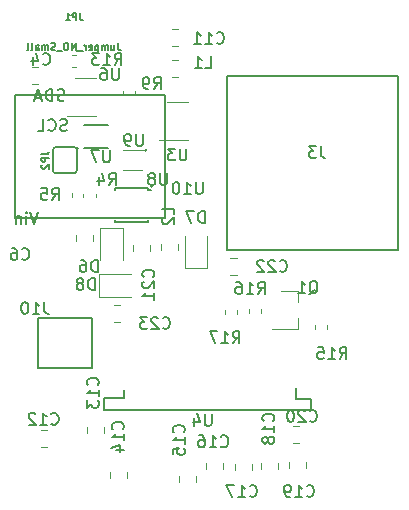
<source format=gbr>
G04 #@! TF.GenerationSoftware,KiCad,Pcbnew,(5.0.1)-rc2*
G04 #@! TF.CreationDate,2019-03-09T02:30:10-07:00*
G04 #@! TF.ProjectId,GPSLogger,4750534C6F676765722E6B696361645F,rev?*
G04 #@! TF.SameCoordinates,Original*
G04 #@! TF.FileFunction,Legend,Bot*
G04 #@! TF.FilePolarity,Positive*
%FSLAX46Y46*%
G04 Gerber Fmt 4.6, Leading zero omitted, Abs format (unit mm)*
G04 Created by KiCad (PCBNEW (5.0.1)-rc2) date 3/9/2019 2:30:10 AM*
%MOMM*%
%LPD*%
G01*
G04 APERTURE LIST*
%ADD10C,0.120000*%
%ADD11C,0.150000*%
%ADD12C,0.152400*%
%ADD13C,0.100000*%
%ADD14C,0.127000*%
G04 APERTURE END LIST*
D10*
G04 #@! TO.C,C11*
X207668122Y-25883800D02*
X208185278Y-25883800D01*
X207668122Y-27303800D02*
X208185278Y-27303800D01*
G04 #@! TO.C,C12*
X197085478Y-61263600D02*
X196568322Y-61263600D01*
X197085478Y-59843600D02*
X196568322Y-59843600D01*
G04 #@! TO.C,C13*
X201940000Y-59538922D02*
X201940000Y-60056078D01*
X200520000Y-59538922D02*
X200520000Y-60056078D01*
G04 #@! TO.C,C14*
X203860000Y-63333922D02*
X203860000Y-63851078D01*
X202440000Y-63333922D02*
X202440000Y-63851078D01*
G04 #@! TO.C,C15*
X209690000Y-63693922D02*
X209690000Y-64211078D01*
X208270000Y-63693922D02*
X208270000Y-64211078D01*
G04 #@! TO.C,C16*
X212025300Y-62583322D02*
X212025300Y-63100478D01*
X210605300Y-62583322D02*
X210605300Y-63100478D01*
G04 #@! TO.C,C17*
X214451000Y-62646822D02*
X214451000Y-63163978D01*
X213031000Y-62646822D02*
X213031000Y-63163978D01*
G04 #@! TO.C,C18*
X216660800Y-62596022D02*
X216660800Y-63113178D01*
X215240800Y-62596022D02*
X215240800Y-63113178D01*
G04 #@! TO.C,C19*
X219061100Y-62507122D02*
X219061100Y-63024278D01*
X217641100Y-62507122D02*
X217641100Y-63024278D01*
G04 #@! TO.C,C20*
X217953922Y-59450000D02*
X218471078Y-59450000D01*
X217953922Y-60870000D02*
X218471078Y-60870000D01*
G04 #@! TO.C,C21*
X205789600Y-44140622D02*
X205789600Y-44657778D01*
X204369600Y-44140622D02*
X204369600Y-44657778D01*
G04 #@! TO.C,C22*
X212646522Y-45251300D02*
X213163678Y-45251300D01*
X212646522Y-46671300D02*
X213163678Y-46671300D01*
G04 #@! TO.C,C23*
X202799422Y-49264500D02*
X203316578Y-49264500D01*
X202799422Y-50684500D02*
X203316578Y-50684500D01*
G04 #@! TO.C,D6*
X203550400Y-42729200D02*
X203550400Y-45414200D01*
X201630400Y-42729200D02*
X203550400Y-42729200D01*
X201630400Y-45414200D02*
X201630400Y-42729200D01*
G04 #@! TO.C,D7*
X208755100Y-46048400D02*
X208755100Y-43363400D01*
X210675100Y-46048400D02*
X208755100Y-46048400D01*
X210675100Y-43363400D02*
X210675100Y-46048400D01*
G04 #@! TO.C,D8*
X201500000Y-46614200D02*
X204185000Y-46614200D01*
X201500000Y-48534200D02*
X201500000Y-46614200D01*
X204185000Y-48534200D02*
X201500000Y-48534200D01*
G04 #@! TO.C,L1*
X207693522Y-28474600D02*
X208210678Y-28474600D01*
X207693522Y-29894600D02*
X208210678Y-29894600D01*
G04 #@! TO.C,L2*
X208177200Y-44089822D02*
X208177200Y-44606978D01*
X206757200Y-44089822D02*
X206757200Y-44606978D01*
G04 #@! TO.C,Q1*
X218360000Y-48070000D02*
X216900000Y-48070000D01*
X218360000Y-51230000D02*
X216200000Y-51230000D01*
X218360000Y-51230000D02*
X218360000Y-50300000D01*
X218360000Y-48070000D02*
X218360000Y-49000000D01*
G04 #@! TO.C,U3*
X209053000Y-35239600D02*
X206603000Y-35239600D01*
X207253000Y-32019600D02*
X209053000Y-32019600D01*
G04 #@! TO.C,U6*
X201255200Y-33258400D02*
X198805200Y-33258400D01*
X199455200Y-30038400D02*
X201255200Y-30038400D01*
D11*
G04 #@! TO.C,J10*
X200884800Y-54558000D02*
X200884800Y-50308000D01*
X196384800Y-54558000D02*
X200884800Y-54558000D01*
X196384800Y-50308000D02*
X196384800Y-54558000D01*
X200884800Y-50308000D02*
X196384800Y-50308000D01*
G04 #@! TO.C,U4*
X203660000Y-57090000D02*
X203660000Y-56390000D01*
X201960000Y-57090000D02*
X203660000Y-57090000D01*
X201960000Y-58090000D02*
X201960000Y-57090000D01*
X218160000Y-57190000D02*
X218160000Y-56290000D01*
X219460000Y-57190000D02*
X218160000Y-57190000D01*
X219460000Y-58090000D02*
X219460000Y-57190000D01*
X219460000Y-58090000D02*
X201960000Y-58090000D01*
G04 #@! TO.C,U7*
X199740311Y-36000000D02*
G75*
G03X199740311Y-36000000I-70711J0D01*
G01*
X202269600Y-35950000D02*
X200269600Y-35950000D01*
X200269600Y-33950000D02*
X202269600Y-33950000D01*
G04 #@! TO.C,U10*
X207105000Y-41824000D02*
X194405000Y-41824000D01*
X207105000Y-31410000D02*
X207105000Y-41824000D01*
X205835000Y-31410000D02*
X207105000Y-31410000D01*
X194405000Y-31410000D02*
X205835000Y-31410000D01*
X194405000Y-41824000D02*
X194405000Y-31410000D01*
G04 #@! TO.C,J3*
X212330000Y-29814000D02*
X226871500Y-29814000D01*
X226871500Y-29814000D02*
X226871500Y-44546000D01*
X212330000Y-44546000D02*
X226871500Y-44546000D01*
X212330000Y-29814000D02*
X212330000Y-44546000D01*
D12*
G04 #@! TO.C,JP2*
X199644000Y-37833300D02*
G75*
G02X199390000Y-38087300I-254000J0D01*
G01*
X199390000Y-35852100D02*
G75*
G02X199644000Y-36106100I0J-254000D01*
G01*
X197612000Y-36106100D02*
G75*
G02X197866000Y-35852100I254000J0D01*
G01*
X197866000Y-38087300D02*
G75*
G02X197612000Y-37833300I0J254000D01*
G01*
X197612000Y-36106100D02*
X197612000Y-37833300D01*
X199390000Y-35852100D02*
X197866000Y-35852100D01*
X199390000Y-38087300D02*
X197866000Y-38087300D01*
X199644000Y-37833300D02*
X199644000Y-36106100D01*
D10*
G04 #@! TO.C,R4*
X201220800Y-39791521D02*
X201220800Y-40117079D01*
X200200800Y-39791521D02*
X200200800Y-40117079D01*
G04 #@! TO.C,R5*
X199188800Y-39766121D02*
X199188800Y-40091679D01*
X198168800Y-39766121D02*
X198168800Y-40091679D01*
G04 #@! TO.C,R9*
X203579000Y-31404679D02*
X203579000Y-31079121D01*
X204599000Y-31404679D02*
X204599000Y-31079121D01*
G04 #@! TO.C,R13*
X199201721Y-28039600D02*
X199527279Y-28039600D01*
X199201721Y-29059600D02*
X199527279Y-29059600D01*
G04 #@! TO.C,R15*
X220835000Y-50949721D02*
X220835000Y-51275279D01*
X219815000Y-50949721D02*
X219815000Y-51275279D01*
G04 #@! TO.C,R16*
X215270000Y-49584721D02*
X215270000Y-49910279D01*
X214250000Y-49584721D02*
X214250000Y-49910279D01*
G04 #@! TO.C,R17*
X213220000Y-49634721D02*
X213220000Y-49960279D01*
X212200000Y-49634721D02*
X212200000Y-49960279D01*
D11*
G04 #@! TO.C,U8*
X205644400Y-39307200D02*
X202844400Y-39307200D01*
X202844400Y-42207200D02*
X205644400Y-42207200D01*
X205644400Y-39307200D02*
X205644400Y-39507200D01*
X205644400Y-39507200D02*
X205894400Y-39507200D01*
X202844400Y-39307200D02*
X202844400Y-39507200D01*
X202844400Y-42207200D02*
X202844400Y-42007200D01*
X205644400Y-42207200D02*
X205644400Y-42007200D01*
D13*
X206085821Y-39157200D02*
G75*
G03X206085821Y-39157200I-141421J0D01*
G01*
D11*
G04 #@! TO.C,U9*
X205538311Y-36131600D02*
G75*
G03X205538311Y-36131600I-70711J0D01*
G01*
D10*
X205262600Y-36081600D02*
X203562600Y-36081600D01*
X205112600Y-37781600D02*
X203562600Y-37781600D01*
G04 #@! TO.C,C4*
X196348878Y-30504200D02*
X195831722Y-30504200D01*
X196348878Y-29084200D02*
X195831722Y-29084200D01*
G04 #@! TO.C,C6*
X201014400Y-43300122D02*
X201014400Y-43817278D01*
X199594400Y-43300122D02*
X199594400Y-43817278D01*
G04 #@! TO.C,C11*
D11*
X211462857Y-27027142D02*
X211510476Y-27074761D01*
X211653333Y-27122380D01*
X211748571Y-27122380D01*
X211891428Y-27074761D01*
X211986666Y-26979523D01*
X212034285Y-26884285D01*
X212081904Y-26693809D01*
X212081904Y-26550952D01*
X212034285Y-26360476D01*
X211986666Y-26265238D01*
X211891428Y-26170000D01*
X211748571Y-26122380D01*
X211653333Y-26122380D01*
X211510476Y-26170000D01*
X211462857Y-26217619D01*
X210510476Y-27122380D02*
X211081904Y-27122380D01*
X210796190Y-27122380D02*
X210796190Y-26122380D01*
X210891428Y-26265238D01*
X210986666Y-26360476D01*
X211081904Y-26408095D01*
X209558095Y-27122380D02*
X210129523Y-27122380D01*
X209843809Y-27122380D02*
X209843809Y-26122380D01*
X209939047Y-26265238D01*
X210034285Y-26360476D01*
X210129523Y-26408095D01*
G04 #@! TO.C,C12*
X197469757Y-59260742D02*
X197517376Y-59308361D01*
X197660233Y-59355980D01*
X197755471Y-59355980D01*
X197898328Y-59308361D01*
X197993566Y-59213123D01*
X198041185Y-59117885D01*
X198088804Y-58927409D01*
X198088804Y-58784552D01*
X198041185Y-58594076D01*
X197993566Y-58498838D01*
X197898328Y-58403600D01*
X197755471Y-58355980D01*
X197660233Y-58355980D01*
X197517376Y-58403600D01*
X197469757Y-58451219D01*
X196517376Y-59355980D02*
X197088804Y-59355980D01*
X196803090Y-59355980D02*
X196803090Y-58355980D01*
X196898328Y-58498838D01*
X196993566Y-58594076D01*
X197088804Y-58641695D01*
X196136423Y-58451219D02*
X196088804Y-58403600D01*
X195993566Y-58355980D01*
X195755471Y-58355980D01*
X195660233Y-58403600D01*
X195612614Y-58451219D01*
X195564995Y-58546457D01*
X195564995Y-58641695D01*
X195612614Y-58784552D01*
X196184042Y-59355980D01*
X195564995Y-59355980D01*
G04 #@! TO.C,C13*
X201387142Y-55997142D02*
X201434761Y-55949523D01*
X201482380Y-55806666D01*
X201482380Y-55711428D01*
X201434761Y-55568571D01*
X201339523Y-55473333D01*
X201244285Y-55425714D01*
X201053809Y-55378095D01*
X200910952Y-55378095D01*
X200720476Y-55425714D01*
X200625238Y-55473333D01*
X200530000Y-55568571D01*
X200482380Y-55711428D01*
X200482380Y-55806666D01*
X200530000Y-55949523D01*
X200577619Y-55997142D01*
X201482380Y-56949523D02*
X201482380Y-56378095D01*
X201482380Y-56663809D02*
X200482380Y-56663809D01*
X200625238Y-56568571D01*
X200720476Y-56473333D01*
X200768095Y-56378095D01*
X200482380Y-57282857D02*
X200482380Y-57901904D01*
X200863333Y-57568571D01*
X200863333Y-57711428D01*
X200910952Y-57806666D01*
X200958571Y-57854285D01*
X201053809Y-57901904D01*
X201291904Y-57901904D01*
X201387142Y-57854285D01*
X201434761Y-57806666D01*
X201482380Y-57711428D01*
X201482380Y-57425714D01*
X201434761Y-57330476D01*
X201387142Y-57282857D01*
G04 #@! TO.C,C14*
X203507142Y-59727142D02*
X203554761Y-59679523D01*
X203602380Y-59536666D01*
X203602380Y-59441428D01*
X203554761Y-59298571D01*
X203459523Y-59203333D01*
X203364285Y-59155714D01*
X203173809Y-59108095D01*
X203030952Y-59108095D01*
X202840476Y-59155714D01*
X202745238Y-59203333D01*
X202650000Y-59298571D01*
X202602380Y-59441428D01*
X202602380Y-59536666D01*
X202650000Y-59679523D01*
X202697619Y-59727142D01*
X203602380Y-60679523D02*
X203602380Y-60108095D01*
X203602380Y-60393809D02*
X202602380Y-60393809D01*
X202745238Y-60298571D01*
X202840476Y-60203333D01*
X202888095Y-60108095D01*
X202935714Y-61536666D02*
X203602380Y-61536666D01*
X202554761Y-61298571D02*
X203269047Y-61060476D01*
X203269047Y-61679523D01*
G04 #@! TO.C,C15*
X208677142Y-60007142D02*
X208724761Y-59959523D01*
X208772380Y-59816666D01*
X208772380Y-59721428D01*
X208724761Y-59578571D01*
X208629523Y-59483333D01*
X208534285Y-59435714D01*
X208343809Y-59388095D01*
X208200952Y-59388095D01*
X208010476Y-59435714D01*
X207915238Y-59483333D01*
X207820000Y-59578571D01*
X207772380Y-59721428D01*
X207772380Y-59816666D01*
X207820000Y-59959523D01*
X207867619Y-60007142D01*
X208772380Y-60959523D02*
X208772380Y-60388095D01*
X208772380Y-60673809D02*
X207772380Y-60673809D01*
X207915238Y-60578571D01*
X208010476Y-60483333D01*
X208058095Y-60388095D01*
X207772380Y-61864285D02*
X207772380Y-61388095D01*
X208248571Y-61340476D01*
X208200952Y-61388095D01*
X208153333Y-61483333D01*
X208153333Y-61721428D01*
X208200952Y-61816666D01*
X208248571Y-61864285D01*
X208343809Y-61911904D01*
X208581904Y-61911904D01*
X208677142Y-61864285D01*
X208724761Y-61816666D01*
X208772380Y-61721428D01*
X208772380Y-61483333D01*
X208724761Y-61388095D01*
X208677142Y-61340476D01*
G04 #@! TO.C,C16*
X211822857Y-61167142D02*
X211870476Y-61214761D01*
X212013333Y-61262380D01*
X212108571Y-61262380D01*
X212251428Y-61214761D01*
X212346666Y-61119523D01*
X212394285Y-61024285D01*
X212441904Y-60833809D01*
X212441904Y-60690952D01*
X212394285Y-60500476D01*
X212346666Y-60405238D01*
X212251428Y-60310000D01*
X212108571Y-60262380D01*
X212013333Y-60262380D01*
X211870476Y-60310000D01*
X211822857Y-60357619D01*
X210870476Y-61262380D02*
X211441904Y-61262380D01*
X211156190Y-61262380D02*
X211156190Y-60262380D01*
X211251428Y-60405238D01*
X211346666Y-60500476D01*
X211441904Y-60548095D01*
X210013333Y-60262380D02*
X210203809Y-60262380D01*
X210299047Y-60310000D01*
X210346666Y-60357619D01*
X210441904Y-60500476D01*
X210489523Y-60690952D01*
X210489523Y-61071904D01*
X210441904Y-61167142D01*
X210394285Y-61214761D01*
X210299047Y-61262380D01*
X210108571Y-61262380D01*
X210013333Y-61214761D01*
X209965714Y-61167142D01*
X209918095Y-61071904D01*
X209918095Y-60833809D01*
X209965714Y-60738571D01*
X210013333Y-60690952D01*
X210108571Y-60643333D01*
X210299047Y-60643333D01*
X210394285Y-60690952D01*
X210441904Y-60738571D01*
X210489523Y-60833809D01*
G04 #@! TO.C,C17*
X214256857Y-65381142D02*
X214304476Y-65428761D01*
X214447333Y-65476380D01*
X214542571Y-65476380D01*
X214685428Y-65428761D01*
X214780666Y-65333523D01*
X214828285Y-65238285D01*
X214875904Y-65047809D01*
X214875904Y-64904952D01*
X214828285Y-64714476D01*
X214780666Y-64619238D01*
X214685428Y-64524000D01*
X214542571Y-64476380D01*
X214447333Y-64476380D01*
X214304476Y-64524000D01*
X214256857Y-64571619D01*
X213304476Y-65476380D02*
X213875904Y-65476380D01*
X213590190Y-65476380D02*
X213590190Y-64476380D01*
X213685428Y-64619238D01*
X213780666Y-64714476D01*
X213875904Y-64762095D01*
X212971142Y-64476380D02*
X212304476Y-64476380D01*
X212733047Y-65476380D01*
G04 #@! TO.C,C18*
X216257142Y-59047142D02*
X216304761Y-58999523D01*
X216352380Y-58856666D01*
X216352380Y-58761428D01*
X216304761Y-58618571D01*
X216209523Y-58523333D01*
X216114285Y-58475714D01*
X215923809Y-58428095D01*
X215780952Y-58428095D01*
X215590476Y-58475714D01*
X215495238Y-58523333D01*
X215400000Y-58618571D01*
X215352380Y-58761428D01*
X215352380Y-58856666D01*
X215400000Y-58999523D01*
X215447619Y-59047142D01*
X216352380Y-59999523D02*
X216352380Y-59428095D01*
X216352380Y-59713809D02*
X215352380Y-59713809D01*
X215495238Y-59618571D01*
X215590476Y-59523333D01*
X215638095Y-59428095D01*
X215780952Y-60570952D02*
X215733333Y-60475714D01*
X215685714Y-60428095D01*
X215590476Y-60380476D01*
X215542857Y-60380476D01*
X215447619Y-60428095D01*
X215400000Y-60475714D01*
X215352380Y-60570952D01*
X215352380Y-60761428D01*
X215400000Y-60856666D01*
X215447619Y-60904285D01*
X215542857Y-60951904D01*
X215590476Y-60951904D01*
X215685714Y-60904285D01*
X215733333Y-60856666D01*
X215780952Y-60761428D01*
X215780952Y-60570952D01*
X215828571Y-60475714D01*
X215876190Y-60428095D01*
X215971428Y-60380476D01*
X216161904Y-60380476D01*
X216257142Y-60428095D01*
X216304761Y-60475714D01*
X216352380Y-60570952D01*
X216352380Y-60761428D01*
X216304761Y-60856666D01*
X216257142Y-60904285D01*
X216161904Y-60951904D01*
X215971428Y-60951904D01*
X215876190Y-60904285D01*
X215828571Y-60856666D01*
X215780952Y-60761428D01*
G04 #@! TO.C,C19*
X219082857Y-65381142D02*
X219130476Y-65428761D01*
X219273333Y-65476380D01*
X219368571Y-65476380D01*
X219511428Y-65428761D01*
X219606666Y-65333523D01*
X219654285Y-65238285D01*
X219701904Y-65047809D01*
X219701904Y-64904952D01*
X219654285Y-64714476D01*
X219606666Y-64619238D01*
X219511428Y-64524000D01*
X219368571Y-64476380D01*
X219273333Y-64476380D01*
X219130476Y-64524000D01*
X219082857Y-64571619D01*
X218130476Y-65476380D02*
X218701904Y-65476380D01*
X218416190Y-65476380D02*
X218416190Y-64476380D01*
X218511428Y-64619238D01*
X218606666Y-64714476D01*
X218701904Y-64762095D01*
X217654285Y-65476380D02*
X217463809Y-65476380D01*
X217368571Y-65428761D01*
X217320952Y-65381142D01*
X217225714Y-65238285D01*
X217178095Y-65047809D01*
X217178095Y-64666857D01*
X217225714Y-64571619D01*
X217273333Y-64524000D01*
X217368571Y-64476380D01*
X217559047Y-64476380D01*
X217654285Y-64524000D01*
X217701904Y-64571619D01*
X217749523Y-64666857D01*
X217749523Y-64904952D01*
X217701904Y-65000190D01*
X217654285Y-65047809D01*
X217559047Y-65095428D01*
X217368571Y-65095428D01*
X217273333Y-65047809D01*
X217225714Y-65000190D01*
X217178095Y-64904952D01*
G04 #@! TO.C,C20*
X219336857Y-59031142D02*
X219384476Y-59078761D01*
X219527333Y-59126380D01*
X219622571Y-59126380D01*
X219765428Y-59078761D01*
X219860666Y-58983523D01*
X219908285Y-58888285D01*
X219955904Y-58697809D01*
X219955904Y-58554952D01*
X219908285Y-58364476D01*
X219860666Y-58269238D01*
X219765428Y-58174000D01*
X219622571Y-58126380D01*
X219527333Y-58126380D01*
X219384476Y-58174000D01*
X219336857Y-58221619D01*
X218955904Y-58221619D02*
X218908285Y-58174000D01*
X218813047Y-58126380D01*
X218574952Y-58126380D01*
X218479714Y-58174000D01*
X218432095Y-58221619D01*
X218384476Y-58316857D01*
X218384476Y-58412095D01*
X218432095Y-58554952D01*
X219003523Y-59126380D01*
X218384476Y-59126380D01*
X217765428Y-58126380D02*
X217670190Y-58126380D01*
X217574952Y-58174000D01*
X217527333Y-58221619D01*
X217479714Y-58316857D01*
X217432095Y-58507333D01*
X217432095Y-58745428D01*
X217479714Y-58935904D01*
X217527333Y-59031142D01*
X217574952Y-59078761D01*
X217670190Y-59126380D01*
X217765428Y-59126380D01*
X217860666Y-59078761D01*
X217908285Y-59031142D01*
X217955904Y-58935904D01*
X218003523Y-58745428D01*
X218003523Y-58507333D01*
X217955904Y-58316857D01*
X217908285Y-58221619D01*
X217860666Y-58174000D01*
X217765428Y-58126380D01*
G04 #@! TO.C,C21*
X206097142Y-46855142D02*
X206144761Y-46807523D01*
X206192380Y-46664666D01*
X206192380Y-46569428D01*
X206144761Y-46426571D01*
X206049523Y-46331333D01*
X205954285Y-46283714D01*
X205763809Y-46236095D01*
X205620952Y-46236095D01*
X205430476Y-46283714D01*
X205335238Y-46331333D01*
X205240000Y-46426571D01*
X205192380Y-46569428D01*
X205192380Y-46664666D01*
X205240000Y-46807523D01*
X205287619Y-46855142D01*
X205287619Y-47236095D02*
X205240000Y-47283714D01*
X205192380Y-47378952D01*
X205192380Y-47617047D01*
X205240000Y-47712285D01*
X205287619Y-47759904D01*
X205382857Y-47807523D01*
X205478095Y-47807523D01*
X205620952Y-47759904D01*
X206192380Y-47188476D01*
X206192380Y-47807523D01*
X206192380Y-48759904D02*
X206192380Y-48188476D01*
X206192380Y-48474190D02*
X205192380Y-48474190D01*
X205335238Y-48378952D01*
X205430476Y-48283714D01*
X205478095Y-48188476D01*
G04 #@! TO.C,C22*
X216796857Y-46331142D02*
X216844476Y-46378761D01*
X216987333Y-46426380D01*
X217082571Y-46426380D01*
X217225428Y-46378761D01*
X217320666Y-46283523D01*
X217368285Y-46188285D01*
X217415904Y-45997809D01*
X217415904Y-45854952D01*
X217368285Y-45664476D01*
X217320666Y-45569238D01*
X217225428Y-45474000D01*
X217082571Y-45426380D01*
X216987333Y-45426380D01*
X216844476Y-45474000D01*
X216796857Y-45521619D01*
X216415904Y-45521619D02*
X216368285Y-45474000D01*
X216273047Y-45426380D01*
X216034952Y-45426380D01*
X215939714Y-45474000D01*
X215892095Y-45521619D01*
X215844476Y-45616857D01*
X215844476Y-45712095D01*
X215892095Y-45854952D01*
X216463523Y-46426380D01*
X215844476Y-46426380D01*
X215463523Y-45521619D02*
X215415904Y-45474000D01*
X215320666Y-45426380D01*
X215082571Y-45426380D01*
X214987333Y-45474000D01*
X214939714Y-45521619D01*
X214892095Y-45616857D01*
X214892095Y-45712095D01*
X214939714Y-45854952D01*
X215511142Y-46426380D01*
X214892095Y-46426380D01*
G04 #@! TO.C,C23*
X206890857Y-51157142D02*
X206938476Y-51204761D01*
X207081333Y-51252380D01*
X207176571Y-51252380D01*
X207319428Y-51204761D01*
X207414666Y-51109523D01*
X207462285Y-51014285D01*
X207509904Y-50823809D01*
X207509904Y-50680952D01*
X207462285Y-50490476D01*
X207414666Y-50395238D01*
X207319428Y-50300000D01*
X207176571Y-50252380D01*
X207081333Y-50252380D01*
X206938476Y-50300000D01*
X206890857Y-50347619D01*
X206509904Y-50347619D02*
X206462285Y-50300000D01*
X206367047Y-50252380D01*
X206128952Y-50252380D01*
X206033714Y-50300000D01*
X205986095Y-50347619D01*
X205938476Y-50442857D01*
X205938476Y-50538095D01*
X205986095Y-50680952D01*
X206557523Y-51252380D01*
X205938476Y-51252380D01*
X205605142Y-50252380D02*
X204986095Y-50252380D01*
X205319428Y-50633333D01*
X205176571Y-50633333D01*
X205081333Y-50680952D01*
X205033714Y-50728571D01*
X204986095Y-50823809D01*
X204986095Y-51061904D01*
X205033714Y-51157142D01*
X205081333Y-51204761D01*
X205176571Y-51252380D01*
X205462285Y-51252380D01*
X205557523Y-51204761D01*
X205605142Y-51157142D01*
G04 #@! TO.C,D6*
X201398095Y-46426380D02*
X201398095Y-45426380D01*
X201160000Y-45426380D01*
X201017142Y-45474000D01*
X200921904Y-45569238D01*
X200874285Y-45664476D01*
X200826666Y-45854952D01*
X200826666Y-45997809D01*
X200874285Y-46188285D01*
X200921904Y-46283523D01*
X201017142Y-46378761D01*
X201160000Y-46426380D01*
X201398095Y-46426380D01*
X199969523Y-45426380D02*
X200160000Y-45426380D01*
X200255238Y-45474000D01*
X200302857Y-45521619D01*
X200398095Y-45664476D01*
X200445714Y-45854952D01*
X200445714Y-46235904D01*
X200398095Y-46331142D01*
X200350476Y-46378761D01*
X200255238Y-46426380D01*
X200064761Y-46426380D01*
X199969523Y-46378761D01*
X199921904Y-46331142D01*
X199874285Y-46235904D01*
X199874285Y-45997809D01*
X199921904Y-45902571D01*
X199969523Y-45854952D01*
X200064761Y-45807333D01*
X200255238Y-45807333D01*
X200350476Y-45854952D01*
X200398095Y-45902571D01*
X200445714Y-45997809D01*
G04 #@! TO.C,D7*
X210453195Y-42275780D02*
X210453195Y-41275780D01*
X210215100Y-41275780D01*
X210072242Y-41323400D01*
X209977004Y-41418638D01*
X209929385Y-41513876D01*
X209881766Y-41704352D01*
X209881766Y-41847209D01*
X209929385Y-42037685D01*
X209977004Y-42132923D01*
X210072242Y-42228161D01*
X210215100Y-42275780D01*
X210453195Y-42275780D01*
X209548433Y-41275780D02*
X208881766Y-41275780D01*
X209310338Y-42275780D01*
G04 #@! TO.C,D8*
X201144095Y-47950380D02*
X201144095Y-46950380D01*
X200906000Y-46950380D01*
X200763142Y-46998000D01*
X200667904Y-47093238D01*
X200620285Y-47188476D01*
X200572666Y-47378952D01*
X200572666Y-47521809D01*
X200620285Y-47712285D01*
X200667904Y-47807523D01*
X200763142Y-47902761D01*
X200906000Y-47950380D01*
X201144095Y-47950380D01*
X200001238Y-47378952D02*
X200096476Y-47331333D01*
X200144095Y-47283714D01*
X200191714Y-47188476D01*
X200191714Y-47140857D01*
X200144095Y-47045619D01*
X200096476Y-46998000D01*
X200001238Y-46950380D01*
X199810761Y-46950380D01*
X199715523Y-46998000D01*
X199667904Y-47045619D01*
X199620285Y-47140857D01*
X199620285Y-47188476D01*
X199667904Y-47283714D01*
X199715523Y-47331333D01*
X199810761Y-47378952D01*
X200001238Y-47378952D01*
X200096476Y-47426571D01*
X200144095Y-47474190D01*
X200191714Y-47569428D01*
X200191714Y-47759904D01*
X200144095Y-47855142D01*
X200096476Y-47902761D01*
X200001238Y-47950380D01*
X199810761Y-47950380D01*
X199715523Y-47902761D01*
X199667904Y-47855142D01*
X199620285Y-47759904D01*
X199620285Y-47569428D01*
X199667904Y-47474190D01*
X199715523Y-47426571D01*
X199810761Y-47378952D01*
G04 #@! TO.C,L1*
X210478666Y-29154380D02*
X210954857Y-29154380D01*
X210954857Y-28154380D01*
X209621523Y-29154380D02*
X210192952Y-29154380D01*
X209907238Y-29154380D02*
X209907238Y-28154380D01*
X210002476Y-28297238D01*
X210097714Y-28392476D01*
X210192952Y-28440095D01*
G04 #@! TO.C,L2*
X207868780Y-41540133D02*
X207868780Y-41063942D01*
X206868780Y-41063942D01*
X206964019Y-41825847D02*
X206916400Y-41873466D01*
X206868780Y-41968704D01*
X206868780Y-42206800D01*
X206916400Y-42302038D01*
X206964019Y-42349657D01*
X207059257Y-42397276D01*
X207154495Y-42397276D01*
X207297352Y-42349657D01*
X207868780Y-41778228D01*
X207868780Y-42397276D01*
G04 #@! TO.C,Q1*
X219297238Y-48299619D02*
X219392476Y-48252000D01*
X219487714Y-48156761D01*
X219630571Y-48013904D01*
X219725809Y-47966285D01*
X219821047Y-47966285D01*
X219773428Y-48204380D02*
X219868666Y-48156761D01*
X219963904Y-48061523D01*
X220011523Y-47871047D01*
X220011523Y-47537714D01*
X219963904Y-47347238D01*
X219868666Y-47252000D01*
X219773428Y-47204380D01*
X219582952Y-47204380D01*
X219487714Y-47252000D01*
X219392476Y-47347238D01*
X219344857Y-47537714D01*
X219344857Y-47871047D01*
X219392476Y-48061523D01*
X219487714Y-48156761D01*
X219582952Y-48204380D01*
X219773428Y-48204380D01*
X218392476Y-48204380D02*
X218963904Y-48204380D01*
X218678190Y-48204380D02*
X218678190Y-47204380D01*
X218773428Y-47347238D01*
X218868666Y-47442476D01*
X218963904Y-47490095D01*
G04 #@! TO.C,U3*
X208914904Y-35981980D02*
X208914904Y-36791504D01*
X208867285Y-36886742D01*
X208819666Y-36934361D01*
X208724428Y-36981980D01*
X208533952Y-36981980D01*
X208438714Y-36934361D01*
X208391095Y-36886742D01*
X208343476Y-36791504D01*
X208343476Y-35981980D01*
X207962523Y-35981980D02*
X207343476Y-35981980D01*
X207676809Y-36362933D01*
X207533952Y-36362933D01*
X207438714Y-36410552D01*
X207391095Y-36458171D01*
X207343476Y-36553409D01*
X207343476Y-36791504D01*
X207391095Y-36886742D01*
X207438714Y-36934361D01*
X207533952Y-36981980D01*
X207819666Y-36981980D01*
X207914904Y-36934361D01*
X207962523Y-36886742D01*
G04 #@! TO.C,U6*
X203199904Y-29170380D02*
X203199904Y-29979904D01*
X203152285Y-30075142D01*
X203104666Y-30122761D01*
X203009428Y-30170380D01*
X202818952Y-30170380D01*
X202723714Y-30122761D01*
X202676095Y-30075142D01*
X202628476Y-29979904D01*
X202628476Y-29170380D01*
X201723714Y-29170380D02*
X201914190Y-29170380D01*
X202009428Y-29218000D01*
X202057047Y-29265619D01*
X202152285Y-29408476D01*
X202199904Y-29598952D01*
X202199904Y-29979904D01*
X202152285Y-30075142D01*
X202104666Y-30122761D01*
X202009428Y-30170380D01*
X201818952Y-30170380D01*
X201723714Y-30122761D01*
X201676095Y-30075142D01*
X201628476Y-29979904D01*
X201628476Y-29741809D01*
X201676095Y-29646571D01*
X201723714Y-29598952D01*
X201818952Y-29551333D01*
X202009428Y-29551333D01*
X202104666Y-29598952D01*
X202152285Y-29646571D01*
X202199904Y-29741809D01*
G04 #@! TO.C,J10*
X196897523Y-48982380D02*
X196897523Y-49696666D01*
X196945142Y-49839523D01*
X197040380Y-49934761D01*
X197183238Y-49982380D01*
X197278476Y-49982380D01*
X195897523Y-49982380D02*
X196468952Y-49982380D01*
X196183238Y-49982380D02*
X196183238Y-48982380D01*
X196278476Y-49125238D01*
X196373714Y-49220476D01*
X196468952Y-49268095D01*
X195278476Y-48982380D02*
X195183238Y-48982380D01*
X195088000Y-49030000D01*
X195040380Y-49077619D01*
X194992761Y-49172857D01*
X194945142Y-49363333D01*
X194945142Y-49601428D01*
X194992761Y-49791904D01*
X195040380Y-49887142D01*
X195088000Y-49934761D01*
X195183238Y-49982380D01*
X195278476Y-49982380D01*
X195373714Y-49934761D01*
X195421333Y-49887142D01*
X195468952Y-49791904D01*
X195516571Y-49601428D01*
X195516571Y-49363333D01*
X195468952Y-49172857D01*
X195421333Y-49077619D01*
X195373714Y-49030000D01*
X195278476Y-48982380D01*
G04 #@! TO.C,U4*
X211054504Y-58444480D02*
X211054504Y-59254004D01*
X211006885Y-59349242D01*
X210959266Y-59396861D01*
X210864028Y-59444480D01*
X210673552Y-59444480D01*
X210578314Y-59396861D01*
X210530695Y-59349242D01*
X210483076Y-59254004D01*
X210483076Y-58444480D01*
X209578314Y-58777814D02*
X209578314Y-59444480D01*
X209816409Y-58396861D02*
X210054504Y-59111147D01*
X209435457Y-59111147D01*
G04 #@! TO.C,U7*
X202437904Y-36129580D02*
X202437904Y-36939104D01*
X202390285Y-37034342D01*
X202342666Y-37081961D01*
X202247428Y-37129580D01*
X202056952Y-37129580D01*
X201961714Y-37081961D01*
X201914095Y-37034342D01*
X201866476Y-36939104D01*
X201866476Y-36129580D01*
X201485523Y-36129580D02*
X200818857Y-36129580D01*
X201247428Y-37129580D01*
G04 #@! TO.C,U10*
X210280095Y-38822380D02*
X210280095Y-39631904D01*
X210232476Y-39727142D01*
X210184857Y-39774761D01*
X210089619Y-39822380D01*
X209899142Y-39822380D01*
X209803904Y-39774761D01*
X209756285Y-39727142D01*
X209708666Y-39631904D01*
X209708666Y-38822380D01*
X208708666Y-39822380D02*
X209280095Y-39822380D01*
X208994380Y-39822380D02*
X208994380Y-38822380D01*
X209089619Y-38965238D01*
X209184857Y-39060476D01*
X209280095Y-39108095D01*
X208089619Y-38822380D02*
X207994380Y-38822380D01*
X207899142Y-38870000D01*
X207851523Y-38917619D01*
X207803904Y-39012857D01*
X207756285Y-39203333D01*
X207756285Y-39441428D01*
X207803904Y-39631904D01*
X207851523Y-39727142D01*
X207899142Y-39774761D01*
X207994380Y-39822380D01*
X208089619Y-39822380D01*
X208184857Y-39774761D01*
X208232476Y-39727142D01*
X208280095Y-39631904D01*
X208327714Y-39441428D01*
X208327714Y-39203333D01*
X208280095Y-39012857D01*
X208232476Y-38917619D01*
X208184857Y-38870000D01*
X208089619Y-38822380D01*
X196349809Y-41362380D02*
X196016476Y-42362380D01*
X195683142Y-41362380D01*
X195349809Y-42362380D02*
X195349809Y-41695714D01*
X195349809Y-41362380D02*
X195397428Y-41410000D01*
X195349809Y-41457619D01*
X195302190Y-41410000D01*
X195349809Y-41362380D01*
X195349809Y-41457619D01*
X194873619Y-41695714D02*
X194873619Y-42362380D01*
X194873619Y-41790952D02*
X194826000Y-41743333D01*
X194730761Y-41695714D01*
X194587904Y-41695714D01*
X194492666Y-41743333D01*
X194445047Y-41838571D01*
X194445047Y-42362380D01*
X198802476Y-34440761D02*
X198659619Y-34488380D01*
X198421523Y-34488380D01*
X198326285Y-34440761D01*
X198278666Y-34393142D01*
X198231047Y-34297904D01*
X198231047Y-34202666D01*
X198278666Y-34107428D01*
X198326285Y-34059809D01*
X198421523Y-34012190D01*
X198612000Y-33964571D01*
X198707238Y-33916952D01*
X198754857Y-33869333D01*
X198802476Y-33774095D01*
X198802476Y-33678857D01*
X198754857Y-33583619D01*
X198707238Y-33536000D01*
X198612000Y-33488380D01*
X198373904Y-33488380D01*
X198231047Y-33536000D01*
X197231047Y-34393142D02*
X197278666Y-34440761D01*
X197421523Y-34488380D01*
X197516761Y-34488380D01*
X197659619Y-34440761D01*
X197754857Y-34345523D01*
X197802476Y-34250285D01*
X197850095Y-34059809D01*
X197850095Y-33916952D01*
X197802476Y-33726476D01*
X197754857Y-33631238D01*
X197659619Y-33536000D01*
X197516761Y-33488380D01*
X197421523Y-33488380D01*
X197278666Y-33536000D01*
X197231047Y-33583619D01*
X196326285Y-34488380D02*
X196802476Y-34488380D01*
X196802476Y-33488380D01*
X198572285Y-31900761D02*
X198429428Y-31948380D01*
X198191333Y-31948380D01*
X198096095Y-31900761D01*
X198048476Y-31853142D01*
X198000857Y-31757904D01*
X198000857Y-31662666D01*
X198048476Y-31567428D01*
X198096095Y-31519809D01*
X198191333Y-31472190D01*
X198381809Y-31424571D01*
X198477047Y-31376952D01*
X198524666Y-31329333D01*
X198572285Y-31234095D01*
X198572285Y-31138857D01*
X198524666Y-31043619D01*
X198477047Y-30996000D01*
X198381809Y-30948380D01*
X198143714Y-30948380D01*
X198000857Y-30996000D01*
X197572285Y-31948380D02*
X197572285Y-30948380D01*
X197334190Y-30948380D01*
X197191333Y-30996000D01*
X197096095Y-31091238D01*
X197048476Y-31186476D01*
X197000857Y-31376952D01*
X197000857Y-31519809D01*
X197048476Y-31710285D01*
X197096095Y-31805523D01*
X197191333Y-31900761D01*
X197334190Y-31948380D01*
X197572285Y-31948380D01*
X196619904Y-31662666D02*
X196143714Y-31662666D01*
X196715142Y-31948380D02*
X196381809Y-30948380D01*
X196048476Y-31948380D01*
G04 #@! TO.C,J3*
X220297333Y-35774380D02*
X220297333Y-36488666D01*
X220344952Y-36631523D01*
X220440190Y-36726761D01*
X220583047Y-36774380D01*
X220678285Y-36774380D01*
X219916380Y-35774380D02*
X219297333Y-35774380D01*
X219630666Y-36155333D01*
X219487809Y-36155333D01*
X219392571Y-36202952D01*
X219344952Y-36250571D01*
X219297333Y-36345809D01*
X219297333Y-36583904D01*
X219344952Y-36679142D01*
X219392571Y-36726761D01*
X219487809Y-36774380D01*
X219773523Y-36774380D01*
X219868761Y-36726761D01*
X219916380Y-36679142D01*
G04 #@! TO.C,JP1*
D14*
X199898000Y-24507371D02*
X199898000Y-24942800D01*
X199927028Y-25029885D01*
X199985085Y-25087942D01*
X200072171Y-25116971D01*
X200130228Y-25116971D01*
X199607714Y-25116971D02*
X199607714Y-24507371D01*
X199375485Y-24507371D01*
X199317428Y-24536400D01*
X199288400Y-24565428D01*
X199259371Y-24623485D01*
X199259371Y-24710571D01*
X199288400Y-24768628D01*
X199317428Y-24797657D01*
X199375485Y-24826685D01*
X199607714Y-24826685D01*
X198678800Y-25116971D02*
X199027142Y-25116971D01*
X198852971Y-25116971D02*
X198852971Y-24507371D01*
X198911028Y-24594457D01*
X198969085Y-24652514D01*
X199027142Y-24681542D01*
X203105657Y-27047371D02*
X203105657Y-27482800D01*
X203134685Y-27569885D01*
X203192742Y-27627942D01*
X203279828Y-27656971D01*
X203337885Y-27656971D01*
X202554114Y-27250571D02*
X202554114Y-27656971D01*
X202815371Y-27250571D02*
X202815371Y-27569885D01*
X202786342Y-27627942D01*
X202728285Y-27656971D01*
X202641200Y-27656971D01*
X202583142Y-27627942D01*
X202554114Y-27598914D01*
X202263828Y-27656971D02*
X202263828Y-27250571D01*
X202263828Y-27308628D02*
X202234800Y-27279600D01*
X202176742Y-27250571D01*
X202089657Y-27250571D01*
X202031600Y-27279600D01*
X202002571Y-27337657D01*
X202002571Y-27656971D01*
X202002571Y-27337657D02*
X201973542Y-27279600D01*
X201915485Y-27250571D01*
X201828400Y-27250571D01*
X201770342Y-27279600D01*
X201741314Y-27337657D01*
X201741314Y-27656971D01*
X201451028Y-27250571D02*
X201451028Y-27860171D01*
X201451028Y-27279600D02*
X201392971Y-27250571D01*
X201276857Y-27250571D01*
X201218800Y-27279600D01*
X201189771Y-27308628D01*
X201160742Y-27366685D01*
X201160742Y-27540857D01*
X201189771Y-27598914D01*
X201218800Y-27627942D01*
X201276857Y-27656971D01*
X201392971Y-27656971D01*
X201451028Y-27627942D01*
X200667257Y-27627942D02*
X200725314Y-27656971D01*
X200841428Y-27656971D01*
X200899485Y-27627942D01*
X200928514Y-27569885D01*
X200928514Y-27337657D01*
X200899485Y-27279600D01*
X200841428Y-27250571D01*
X200725314Y-27250571D01*
X200667257Y-27279600D01*
X200638228Y-27337657D01*
X200638228Y-27395714D01*
X200928514Y-27453771D01*
X200376971Y-27656971D02*
X200376971Y-27250571D01*
X200376971Y-27366685D02*
X200347942Y-27308628D01*
X200318914Y-27279600D01*
X200260857Y-27250571D01*
X200202800Y-27250571D01*
X200144742Y-27715028D02*
X199680285Y-27715028D01*
X199535142Y-27656971D02*
X199535142Y-27047371D01*
X199186800Y-27656971D01*
X199186800Y-27047371D01*
X198780400Y-27047371D02*
X198664285Y-27047371D01*
X198606228Y-27076400D01*
X198548171Y-27134457D01*
X198519142Y-27250571D01*
X198519142Y-27453771D01*
X198548171Y-27569885D01*
X198606228Y-27627942D01*
X198664285Y-27656971D01*
X198780400Y-27656971D01*
X198838457Y-27627942D01*
X198896514Y-27569885D01*
X198925542Y-27453771D01*
X198925542Y-27250571D01*
X198896514Y-27134457D01*
X198838457Y-27076400D01*
X198780400Y-27047371D01*
X198403028Y-27715028D02*
X197938571Y-27715028D01*
X197822457Y-27627942D02*
X197735371Y-27656971D01*
X197590228Y-27656971D01*
X197532171Y-27627942D01*
X197503142Y-27598914D01*
X197474114Y-27540857D01*
X197474114Y-27482800D01*
X197503142Y-27424742D01*
X197532171Y-27395714D01*
X197590228Y-27366685D01*
X197706342Y-27337657D01*
X197764400Y-27308628D01*
X197793428Y-27279600D01*
X197822457Y-27221542D01*
X197822457Y-27163485D01*
X197793428Y-27105428D01*
X197764400Y-27076400D01*
X197706342Y-27047371D01*
X197561200Y-27047371D01*
X197474114Y-27076400D01*
X197212857Y-27656971D02*
X197212857Y-27250571D01*
X197212857Y-27308628D02*
X197183828Y-27279600D01*
X197125771Y-27250571D01*
X197038685Y-27250571D01*
X196980628Y-27279600D01*
X196951600Y-27337657D01*
X196951600Y-27656971D01*
X196951600Y-27337657D02*
X196922571Y-27279600D01*
X196864514Y-27250571D01*
X196777428Y-27250571D01*
X196719371Y-27279600D01*
X196690342Y-27337657D01*
X196690342Y-27656971D01*
X196138800Y-27656971D02*
X196138800Y-27337657D01*
X196167828Y-27279600D01*
X196225885Y-27250571D01*
X196342000Y-27250571D01*
X196400057Y-27279600D01*
X196138800Y-27627942D02*
X196196857Y-27656971D01*
X196342000Y-27656971D01*
X196400057Y-27627942D01*
X196429085Y-27569885D01*
X196429085Y-27511828D01*
X196400057Y-27453771D01*
X196342000Y-27424742D01*
X196196857Y-27424742D01*
X196138800Y-27395714D01*
X195761428Y-27656971D02*
X195819485Y-27627942D01*
X195848514Y-27569885D01*
X195848514Y-27047371D01*
X195442114Y-27656971D02*
X195500171Y-27627942D01*
X195529200Y-27569885D01*
X195529200Y-27047371D01*
G04 #@! TO.C,JP2*
X196643171Y-36461700D02*
X197078600Y-36461700D01*
X197165685Y-36432671D01*
X197223742Y-36374614D01*
X197252771Y-36287528D01*
X197252771Y-36229471D01*
X197252771Y-36751985D02*
X196643171Y-36751985D01*
X196643171Y-36984214D01*
X196672200Y-37042271D01*
X196701228Y-37071300D01*
X196759285Y-37100328D01*
X196846371Y-37100328D01*
X196904428Y-37071300D01*
X196933457Y-37042271D01*
X196962485Y-36984214D01*
X196962485Y-36751985D01*
X196701228Y-37332557D02*
X196672200Y-37361585D01*
X196643171Y-37419642D01*
X196643171Y-37564785D01*
X196672200Y-37622842D01*
X196701228Y-37651871D01*
X196759285Y-37680900D01*
X196817342Y-37680900D01*
X196904428Y-37651871D01*
X197252771Y-37303528D01*
X197252771Y-37680900D01*
G04 #@! TO.C,R4*
D11*
X202350666Y-39060380D02*
X202684000Y-38584190D01*
X202922095Y-39060380D02*
X202922095Y-38060380D01*
X202541142Y-38060380D01*
X202445904Y-38108000D01*
X202398285Y-38155619D01*
X202350666Y-38250857D01*
X202350666Y-38393714D01*
X202398285Y-38488952D01*
X202445904Y-38536571D01*
X202541142Y-38584190D01*
X202922095Y-38584190D01*
X201493523Y-38393714D02*
X201493523Y-39060380D01*
X201731619Y-38012761D02*
X201969714Y-38727047D01*
X201350666Y-38727047D01*
G04 #@! TO.C,R5*
X197524666Y-40330380D02*
X197858000Y-39854190D01*
X198096095Y-40330380D02*
X198096095Y-39330380D01*
X197715142Y-39330380D01*
X197619904Y-39378000D01*
X197572285Y-39425619D01*
X197524666Y-39520857D01*
X197524666Y-39663714D01*
X197572285Y-39758952D01*
X197619904Y-39806571D01*
X197715142Y-39854190D01*
X198096095Y-39854190D01*
X196619904Y-39330380D02*
X197096095Y-39330380D01*
X197143714Y-39806571D01*
X197096095Y-39758952D01*
X197000857Y-39711333D01*
X196762761Y-39711333D01*
X196667523Y-39758952D01*
X196619904Y-39806571D01*
X196572285Y-39901809D01*
X196572285Y-40139904D01*
X196619904Y-40235142D01*
X196667523Y-40282761D01*
X196762761Y-40330380D01*
X197000857Y-40330380D01*
X197096095Y-40282761D01*
X197143714Y-40235142D01*
G04 #@! TO.C,R9*
X206160666Y-30932380D02*
X206494000Y-30456190D01*
X206732095Y-30932380D02*
X206732095Y-29932380D01*
X206351142Y-29932380D01*
X206255904Y-29980000D01*
X206208285Y-30027619D01*
X206160666Y-30122857D01*
X206160666Y-30265714D01*
X206208285Y-30360952D01*
X206255904Y-30408571D01*
X206351142Y-30456190D01*
X206732095Y-30456190D01*
X205684476Y-30932380D02*
X205494000Y-30932380D01*
X205398761Y-30884761D01*
X205351142Y-30837142D01*
X205255904Y-30694285D01*
X205208285Y-30503809D01*
X205208285Y-30122857D01*
X205255904Y-30027619D01*
X205303523Y-29980000D01*
X205398761Y-29932380D01*
X205589238Y-29932380D01*
X205684476Y-29980000D01*
X205732095Y-30027619D01*
X205779714Y-30122857D01*
X205779714Y-30360952D01*
X205732095Y-30456190D01*
X205684476Y-30503809D01*
X205589238Y-30551428D01*
X205398761Y-30551428D01*
X205303523Y-30503809D01*
X205255904Y-30456190D01*
X205208285Y-30360952D01*
G04 #@! TO.C,R13*
X202826857Y-28900380D02*
X203160190Y-28424190D01*
X203398285Y-28900380D02*
X203398285Y-27900380D01*
X203017333Y-27900380D01*
X202922095Y-27948000D01*
X202874476Y-27995619D01*
X202826857Y-28090857D01*
X202826857Y-28233714D01*
X202874476Y-28328952D01*
X202922095Y-28376571D01*
X203017333Y-28424190D01*
X203398285Y-28424190D01*
X201874476Y-28900380D02*
X202445904Y-28900380D01*
X202160190Y-28900380D02*
X202160190Y-27900380D01*
X202255428Y-28043238D01*
X202350666Y-28138476D01*
X202445904Y-28186095D01*
X201541142Y-27900380D02*
X200922095Y-27900380D01*
X201255428Y-28281333D01*
X201112571Y-28281333D01*
X201017333Y-28328952D01*
X200969714Y-28376571D01*
X200922095Y-28471809D01*
X200922095Y-28709904D01*
X200969714Y-28805142D01*
X201017333Y-28852761D01*
X201112571Y-28900380D01*
X201398285Y-28900380D01*
X201493523Y-28852761D01*
X201541142Y-28805142D01*
G04 #@! TO.C,R15*
X221876857Y-53792380D02*
X222210190Y-53316190D01*
X222448285Y-53792380D02*
X222448285Y-52792380D01*
X222067333Y-52792380D01*
X221972095Y-52840000D01*
X221924476Y-52887619D01*
X221876857Y-52982857D01*
X221876857Y-53125714D01*
X221924476Y-53220952D01*
X221972095Y-53268571D01*
X222067333Y-53316190D01*
X222448285Y-53316190D01*
X220924476Y-53792380D02*
X221495904Y-53792380D01*
X221210190Y-53792380D02*
X221210190Y-52792380D01*
X221305428Y-52935238D01*
X221400666Y-53030476D01*
X221495904Y-53078095D01*
X220019714Y-52792380D02*
X220495904Y-52792380D01*
X220543523Y-53268571D01*
X220495904Y-53220952D01*
X220400666Y-53173333D01*
X220162571Y-53173333D01*
X220067333Y-53220952D01*
X220019714Y-53268571D01*
X219972095Y-53363809D01*
X219972095Y-53601904D01*
X220019714Y-53697142D01*
X220067333Y-53744761D01*
X220162571Y-53792380D01*
X220400666Y-53792380D01*
X220495904Y-53744761D01*
X220543523Y-53697142D01*
G04 #@! TO.C,R16*
X214962857Y-48282380D02*
X215296190Y-47806190D01*
X215534285Y-48282380D02*
X215534285Y-47282380D01*
X215153333Y-47282380D01*
X215058095Y-47330000D01*
X215010476Y-47377619D01*
X214962857Y-47472857D01*
X214962857Y-47615714D01*
X215010476Y-47710952D01*
X215058095Y-47758571D01*
X215153333Y-47806190D01*
X215534285Y-47806190D01*
X214010476Y-48282380D02*
X214581904Y-48282380D01*
X214296190Y-48282380D02*
X214296190Y-47282380D01*
X214391428Y-47425238D01*
X214486666Y-47520476D01*
X214581904Y-47568095D01*
X213153333Y-47282380D02*
X213343809Y-47282380D01*
X213439047Y-47330000D01*
X213486666Y-47377619D01*
X213581904Y-47520476D01*
X213629523Y-47710952D01*
X213629523Y-48091904D01*
X213581904Y-48187142D01*
X213534285Y-48234761D01*
X213439047Y-48282380D01*
X213248571Y-48282380D01*
X213153333Y-48234761D01*
X213105714Y-48187142D01*
X213058095Y-48091904D01*
X213058095Y-47853809D01*
X213105714Y-47758571D01*
X213153333Y-47710952D01*
X213248571Y-47663333D01*
X213439047Y-47663333D01*
X213534285Y-47710952D01*
X213581904Y-47758571D01*
X213629523Y-47853809D01*
G04 #@! TO.C,R17*
X212822857Y-52452380D02*
X213156190Y-51976190D01*
X213394285Y-52452380D02*
X213394285Y-51452380D01*
X213013333Y-51452380D01*
X212918095Y-51500000D01*
X212870476Y-51547619D01*
X212822857Y-51642857D01*
X212822857Y-51785714D01*
X212870476Y-51880952D01*
X212918095Y-51928571D01*
X213013333Y-51976190D01*
X213394285Y-51976190D01*
X211870476Y-52452380D02*
X212441904Y-52452380D01*
X212156190Y-52452380D02*
X212156190Y-51452380D01*
X212251428Y-51595238D01*
X212346666Y-51690476D01*
X212441904Y-51738095D01*
X211537142Y-51452380D02*
X210870476Y-51452380D01*
X211299047Y-52452380D01*
G04 #@! TO.C,U8*
X207263904Y-38060380D02*
X207263904Y-38869904D01*
X207216285Y-38965142D01*
X207168666Y-39012761D01*
X207073428Y-39060380D01*
X206882952Y-39060380D01*
X206787714Y-39012761D01*
X206740095Y-38965142D01*
X206692476Y-38869904D01*
X206692476Y-38060380D01*
X206073428Y-38488952D02*
X206168666Y-38441333D01*
X206216285Y-38393714D01*
X206263904Y-38298476D01*
X206263904Y-38250857D01*
X206216285Y-38155619D01*
X206168666Y-38108000D01*
X206073428Y-38060380D01*
X205882952Y-38060380D01*
X205787714Y-38108000D01*
X205740095Y-38155619D01*
X205692476Y-38250857D01*
X205692476Y-38298476D01*
X205740095Y-38393714D01*
X205787714Y-38441333D01*
X205882952Y-38488952D01*
X206073428Y-38488952D01*
X206168666Y-38536571D01*
X206216285Y-38584190D01*
X206263904Y-38679428D01*
X206263904Y-38869904D01*
X206216285Y-38965142D01*
X206168666Y-39012761D01*
X206073428Y-39060380D01*
X205882952Y-39060380D01*
X205787714Y-39012761D01*
X205740095Y-38965142D01*
X205692476Y-38869904D01*
X205692476Y-38679428D01*
X205740095Y-38584190D01*
X205787714Y-38536571D01*
X205882952Y-38488952D01*
G04 #@! TO.C,U9*
X205231904Y-34758380D02*
X205231904Y-35567904D01*
X205184285Y-35663142D01*
X205136666Y-35710761D01*
X205041428Y-35758380D01*
X204850952Y-35758380D01*
X204755714Y-35710761D01*
X204708095Y-35663142D01*
X204660476Y-35567904D01*
X204660476Y-34758380D01*
X204136666Y-35758380D02*
X203946190Y-35758380D01*
X203850952Y-35710761D01*
X203803333Y-35663142D01*
X203708095Y-35520285D01*
X203660476Y-35329809D01*
X203660476Y-34948857D01*
X203708095Y-34853619D01*
X203755714Y-34806000D01*
X203850952Y-34758380D01*
X204041428Y-34758380D01*
X204136666Y-34806000D01*
X204184285Y-34853619D01*
X204231904Y-34948857D01*
X204231904Y-35186952D01*
X204184285Y-35282190D01*
X204136666Y-35329809D01*
X204041428Y-35377428D01*
X203850952Y-35377428D01*
X203755714Y-35329809D01*
X203708095Y-35282190D01*
X203660476Y-35186952D01*
G04 #@! TO.C,C4*
X196762666Y-28805142D02*
X196810285Y-28852761D01*
X196953142Y-28900380D01*
X197048380Y-28900380D01*
X197191238Y-28852761D01*
X197286476Y-28757523D01*
X197334095Y-28662285D01*
X197381714Y-28471809D01*
X197381714Y-28328952D01*
X197334095Y-28138476D01*
X197286476Y-28043238D01*
X197191238Y-27948000D01*
X197048380Y-27900380D01*
X196953142Y-27900380D01*
X196810285Y-27948000D01*
X196762666Y-27995619D01*
X195905523Y-28233714D02*
X195905523Y-28900380D01*
X196143619Y-27852761D02*
X196381714Y-28567047D01*
X195762666Y-28567047D01*
G04 #@! TO.C,C6*
X194984666Y-45315142D02*
X195032285Y-45362761D01*
X195175142Y-45410380D01*
X195270380Y-45410380D01*
X195413238Y-45362761D01*
X195508476Y-45267523D01*
X195556095Y-45172285D01*
X195603714Y-44981809D01*
X195603714Y-44838952D01*
X195556095Y-44648476D01*
X195508476Y-44553238D01*
X195413238Y-44458000D01*
X195270380Y-44410380D01*
X195175142Y-44410380D01*
X195032285Y-44458000D01*
X194984666Y-44505619D01*
X194127523Y-44410380D02*
X194318000Y-44410380D01*
X194413238Y-44458000D01*
X194460857Y-44505619D01*
X194556095Y-44648476D01*
X194603714Y-44838952D01*
X194603714Y-45219904D01*
X194556095Y-45315142D01*
X194508476Y-45362761D01*
X194413238Y-45410380D01*
X194222761Y-45410380D01*
X194127523Y-45362761D01*
X194079904Y-45315142D01*
X194032285Y-45219904D01*
X194032285Y-44981809D01*
X194079904Y-44886571D01*
X194127523Y-44838952D01*
X194222761Y-44791333D01*
X194413238Y-44791333D01*
X194508476Y-44838952D01*
X194556095Y-44886571D01*
X194603714Y-44981809D01*
G04 #@! TD*
M02*

</source>
